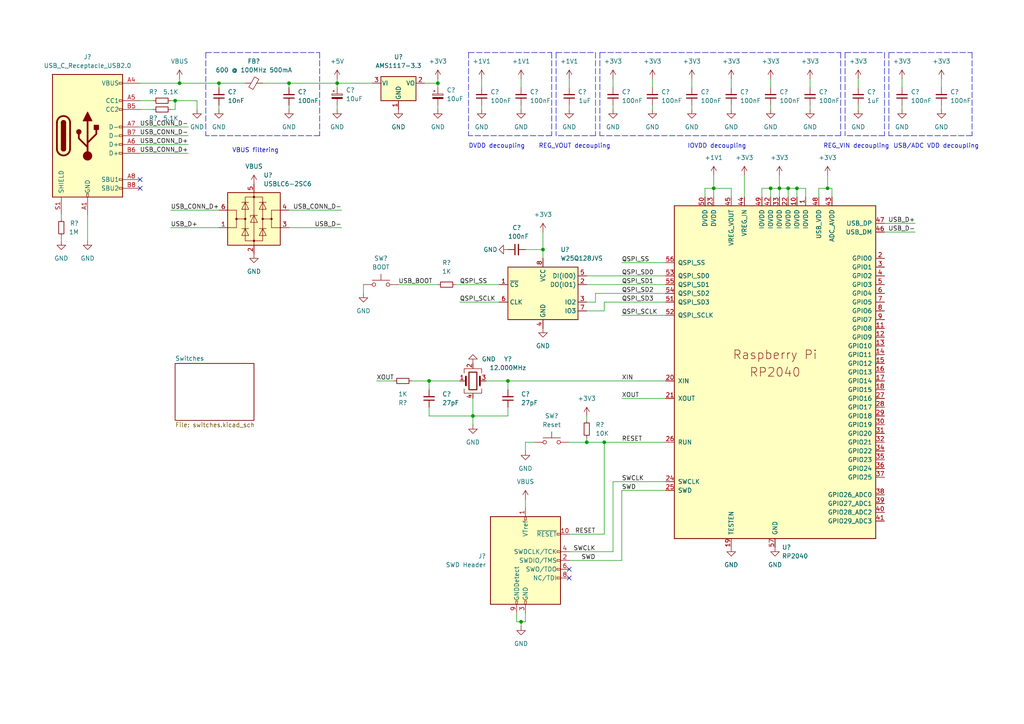
<source format=kicad_sch>
(kicad_sch (version 20211123) (generator eeschema)
  (paper "A4")
  (lib_symbols
    (symbol "Connector:Conn_ARM_JTAG_SWD_10" (pin_names (offset 1.016))
      (property "Reference" "J" (at -2.54 16.51 0))
      (property "Value" "Conn_ARM_JTAG_SWD_10" (at -2.54 13.97 0))
      (symbol "Conn_ARM_JTAG_SWD_10_0_1"
        (rectangle (start -10.16 12.7) (end 10.16 -12.7) (stroke (width 0.254)) (fill (type background)))
        (rectangle (start -2.794 -12.7) (end -2.286 -11.684))
        (rectangle (start -0.254 -12.7) (end 0.254 -11.684))
        (rectangle (start -0.254 12.7) (end 0.254 11.684))
        (rectangle (start 9.144 2.286) (end 10.16 2.794))
        (rectangle (start 10.16 -2.794) (end 9.144 -2.286))
        (rectangle (start 10.16 -0.254) (end 9.144 0.254))
        (rectangle (start 10.16 7.874) (end 9.144 7.366))
      )
      (symbol "Conn_ARM_JTAG_SWD_10_1_1"
        (rectangle (start 9.144 -5.334) (end 10.16 -4.826))
        (pin power_in line (at 0 15.24 270) (length 2.54) (name "VTref") (number "1"))
        (pin open_collector line (at 12.7 7.62 180) (length 2.54) (name "~{RESET}") (number "10"))
        (pin bidirectional line (at 12.7 0 180) (length 2.54) (name "SWDIO/TMS") (number "2"))
        (pin power_in line (at 0 -15.24 90) (length 2.54) (name "GND") (number "3"))
        (pin output line (at 12.7 2.54 180) (length 2.54) (name "SWDCLK/TCK") (number "4"))
        (pin passive line (at 0 -15.24 90) (length 2.54) hide (name "GND") (number "5"))
        (pin input line (at 12.7 -2.54 180) (length 2.54) (name "SWO/TDO") (number "6"))
        (pin no_connect line (at -10.16 0 0) (length 2.54) hide (name "KEY") (number "7"))
        (pin output line (at 12.7 -5.08 180) (length 2.54) (name "NC/TDI") (number "8"))
        (pin passive line (at -2.54 -15.24 90) (length 2.54) (name "GNDDetect") (number "9"))
      )
    )
    (symbol "Connector:USB_C_Receptacle_USB2.0" (pin_names (offset 1.016))
      (property "Reference" "J" (at -10.16 19.05 0))
      (property "Value" "USB_C_Receptacle_USB2.0" (at 19.05 19.05 0))
      (symbol "USB_C_Receptacle_USB2.0_0_0"
        (rectangle (start -0.254 -17.78) (end 0.254 -16.764))
        (rectangle (start 10.16 -14.986) (end 9.144 -15.494))
        (rectangle (start 10.16 -12.446) (end 9.144 -12.954))
        (rectangle (start 10.16 -4.826) (end 9.144 -5.334))
        (rectangle (start 10.16 -2.286) (end 9.144 -2.794))
        (rectangle (start 10.16 0.254) (end 9.144 -0.254))
        (rectangle (start 10.16 2.794) (end 9.144 2.286))
        (rectangle (start 10.16 7.874) (end 9.144 7.366))
        (rectangle (start 10.16 10.414) (end 9.144 9.906))
        (rectangle (start 10.16 15.494) (end 9.144 14.986))
      )
      (symbol "USB_C_Receptacle_USB2.0_0_1"
        (rectangle (start -10.16 17.78) (end 10.16 -17.78) (stroke (width 0.254)) (fill (type background)))
        (arc (start -8.89 -3.81) (mid -6.985 -5.715) (end -5.08 -3.81) (stroke (width 0.508)))
        (arc (start -7.62 -3.81) (mid -6.985 -4.445) (end -6.35 -3.81) (stroke (width 0.254)))
        (arc (start -7.62 -3.81) (mid -6.985 -4.445) (end -6.35 -3.81) (stroke (width 0.254)) (fill (type outline)))
        (rectangle (start -7.62 -3.81) (end -6.35 3.81) (stroke (width 0.254)) (fill (type outline)))
        (arc (start -6.35 3.81) (mid -6.985 4.445) (end -7.62 3.81) (stroke (width 0.254)))
        (arc (start -6.35 3.81) (mid -6.985 4.445) (end -7.62 3.81) (stroke (width 0.254)) (fill (type outline)))
        (arc (start -5.08 3.81) (mid -6.985 5.715) (end -8.89 3.81) (stroke (width 0.508)))
        (circle (center -2.54 1.143) (radius 0.635) (stroke (width 0.254)) (fill (type outline)))
        (circle (center 0 -5.842) (radius 1.27) (fill (type outline)))
        (polyline (pts (xy -8.89 -3.81) (xy -8.89 3.81)) (stroke (width 0.508)))
        (polyline (pts (xy -5.08 3.81) (xy -5.08 -3.81)) (stroke (width 0.508)))
        (polyline (pts (xy 0 -5.842) (xy 0 4.318)) (stroke (width 0.508)))
        (polyline (pts (xy 0 -3.302) (xy -2.54 -0.762) (xy -2.54 0.508)) (stroke (width 0.508)))
        (polyline (pts (xy 0 -2.032) (xy 2.54 0.508) (xy 2.54 1.778)) (stroke (width 0.508)))
        (polyline (pts (xy -1.27 4.318) (xy 0 6.858) (xy 1.27 4.318) (xy -1.27 4.318)) (stroke (width 0.254)) (fill (type outline)))
        (rectangle (start 1.905 1.778) (end 3.175 3.048) (stroke (width 0.254)) (fill (type outline)))
      )
      (symbol "USB_C_Receptacle_USB2.0_1_1"
        (pin passive line (at 0 -22.86 90) (length 5.08) (name "GND") (number "A1"))
        (pin passive line (at 0 -22.86 90) (length 5.08) hide (name "GND") (number "A12"))
        (pin passive line (at 15.24 15.24 180) (length 5.08) (name "VBUS") (number "A4"))
        (pin bidirectional line (at 15.24 10.16 180) (length 5.08) (name "CC1") (number "A5"))
        (pin bidirectional line (at 15.24 -2.54 180) (length 5.08) (name "D+") (number "A6"))
        (pin bidirectional line (at 15.24 2.54 180) (length 5.08) (name "D-") (number "A7"))
        (pin bidirectional line (at 15.24 -12.7 180) (length 5.08) (name "SBU1") (number "A8"))
        (pin passive line (at 15.24 15.24 180) (length 5.08) hide (name "VBUS") (number "A9"))
        (pin passive line (at 0 -22.86 90) (length 5.08) hide (name "GND") (number "B1"))
        (pin passive line (at 0 -22.86 90) (length 5.08) hide (name "GND") (number "B12"))
        (pin passive line (at 15.24 15.24 180) (length 5.08) hide (name "VBUS") (number "B4"))
        (pin bidirectional line (at 15.24 7.62 180) (length 5.08) (name "CC2") (number "B5"))
        (pin bidirectional line (at 15.24 -5.08 180) (length 5.08) (name "D+") (number "B6"))
        (pin bidirectional line (at 15.24 0 180) (length 5.08) (name "D-") (number "B7"))
        (pin bidirectional line (at 15.24 -15.24 180) (length 5.08) (name "SBU2") (number "B8"))
        (pin passive line (at 15.24 15.24 180) (length 5.08) hide (name "VBUS") (number "B9"))
        (pin passive line (at -7.62 -22.86 90) (length 5.08) (name "SHIELD") (number "S1"))
      )
    )
    (symbol "Device:C_Polarized_Small" (pin_numbers hide) (pin_names (offset 0.254) hide)
      (property "Reference" "C" (at 0.254 1.778 0))
      (property "Value" "C_Polarized_Small" (at 0.254 -2.032 0))
      (symbol "C_Polarized_Small_0_1"
        (rectangle (start -1.524 -0.3048) (end 1.524 -0.6858) (fill (type outline)))
        (rectangle (start -1.524 0.6858) (end 1.524 0.3048))
        (polyline (pts (xy -1.27 1.524) (xy -0.762 1.524)))
        (polyline (pts (xy -1.016 1.27) (xy -1.016 1.778)))
      )
      (symbol "C_Polarized_Small_1_1"
        (pin passive line (at 0 2.54 270) (length 1.8542) (name "~") (number "1"))
        (pin passive line (at 0 -2.54 90) (length 1.8542) (name "~") (number "2"))
      )
    )
    (symbol "Device:C_Small" (pin_numbers hide) (pin_names (offset 0.254) hide)
      (property "Reference" "C" (at 0.254 1.778 0))
      (property "Value" "C_Small" (at 0.254 -2.032 0))
      (symbol "C_Small_0_1"
        (polyline (pts (xy -1.524 -0.508) (xy 1.524 -0.508)) (stroke (width 0.3302)))
        (polyline (pts (xy -1.524 0.508) (xy 1.524 0.508)) (stroke (width 0.3048)))
      )
      (symbol "C_Small_1_1"
        (pin passive line (at 0 2.54 270) (length 2.032) (name "~") (number "1"))
        (pin passive line (at 0 -2.54 90) (length 2.032) (name "~") (number "2"))
      )
    )
    (symbol "Device:Crystal_GND24" (pin_names (offset 1.016) hide)
      (property "Reference" "Y" (at 3.175 5.08 0))
      (property "Value" "Crystal_GND24" (at 3.175 3.175 0))
      (symbol "Crystal_GND24_0_1"
        (rectangle (start -1.143 2.54) (end 1.143 -2.54) (stroke (width 0.3048)))
        (polyline (pts (xy -2.54 0) (xy -2.032 0)))
        (polyline (pts (xy -2.032 -1.27) (xy -2.032 1.27)) (stroke (width 0.508)))
        (polyline (pts (xy 0 -3.81) (xy 0 -3.556)))
        (polyline (pts (xy 0 3.556) (xy 0 3.81)))
        (polyline (pts (xy 2.032 -1.27) (xy 2.032 1.27)) (stroke (width 0.508)))
        (polyline (pts (xy 2.032 0) (xy 2.54 0)))
        (polyline (pts (xy -2.54 -2.286) (xy -2.54 -3.556) (xy 2.54 -3.556) (xy 2.54 -2.286)))
        (polyline (pts (xy -2.54 2.286) (xy -2.54 3.556) (xy 2.54 3.556) (xy 2.54 2.286)))
      )
      (symbol "Crystal_GND24_1_1"
        (pin passive line (at -3.81 0 0) (length 1.27) (name "1") (number "1"))
        (pin passive line (at 0 5.08 270) (length 1.27) (name "2") (number "2"))
        (pin passive line (at 3.81 0 180) (length 1.27) (name "3") (number "3"))
        (pin passive line (at 0 -5.08 90) (length 1.27) (name "4") (number "4"))
      )
    )
    (symbol "Device:FerriteBead_Small" (pin_numbers hide) (pin_names (offset 0))
      (property "Reference" "FB" (at 1.905 1.27 0))
      (property "Value" "FerriteBead_Small" (at 1.905 -1.27 0))
      (symbol "FerriteBead_Small_0_1"
        (polyline (pts (xy 0 -1.27) (xy 0 -0.7874)))
        (polyline (pts (xy 0 0.889) (xy 0 1.2954)))
        (polyline (pts (xy -1.8288 0.2794) (xy -1.1176 1.4986) (xy 1.8288 -0.2032) (xy 1.1176 -1.4224) (xy -1.8288 0.2794)))
      )
      (symbol "FerriteBead_Small_1_1"
        (pin passive line (at 0 2.54 270) (length 1.27) (name "~") (number "1"))
        (pin passive line (at 0 -2.54 90) (length 1.27) (name "~") (number "2"))
      )
    )
    (symbol "Device:R_Small" (pin_numbers hide) (pin_names (offset 0.254) hide)
      (property "Reference" "R" (at 0.762 0.508 0))
      (property "Value" "R_Small" (at 0.762 -1.016 0))
      (symbol "R_Small_0_1"
        (rectangle (start -0.762 1.778) (end 0.762 -1.778) (stroke (width 0.2032)))
      )
      (symbol "R_Small_1_1"
        (pin passive line (at 0 2.54 270) (length 0.762) (name "~") (number "1"))
        (pin passive line (at 0 -2.54 90) (length 0.762) (name "~") (number "2"))
      )
    )
    (symbol "Memory_Flash:W25Q32JVSS"
      (property "Reference" "U" (at -8.89 8.89 0))
      (property "Value" "W25Q32JVSS" (at 7.62 8.89 0))
      (symbol "W25Q32JVSS_0_1"
        (rectangle (start -10.16 7.62) (end 10.16 -7.62) (stroke (width 0.254)) (fill (type background)))
      )
      (symbol "W25Q32JVSS_1_1"
        (pin input line (at -12.7 2.54 0) (length 2.54) (name "~{CS}") (number "1"))
        (pin bidirectional line (at 12.7 2.54 180) (length 2.54) (name "DO(IO1)") (number "2"))
        (pin bidirectional line (at 12.7 -2.54 180) (length 2.54) (name "IO2") (number "3"))
        (pin power_in line (at 0 -10.16 90) (length 2.54) (name "GND") (number "4"))
        (pin bidirectional line (at 12.7 5.08 180) (length 2.54) (name "DI(IO0)") (number "5"))
        (pin input line (at -12.7 -2.54 0) (length 2.54) (name "CLK") (number "6"))
        (pin bidirectional line (at 12.7 -5.08 180) (length 2.54) (name "IO3") (number "7"))
        (pin power_in line (at 0 10.16 270) (length 2.54) (name "VCC") (number "8"))
      )
    )
    (symbol "Power_Protection:USBLC6-2SC6" (pin_names hide)
      (property "Reference" "U" (at 2.54 8.89 0))
      (property "Value" "USBLC6-2SC6" (at 2.54 -8.89 0))
      (symbol "USBLC6-2SC6_0_1"
        (rectangle (start -7.62 -7.62) (end 7.62 7.62) (stroke (width 0.254)) (fill (type background)))
        (circle (center -5.08 0) (radius 0.254) (fill (type outline)))
        (circle (center -2.54 0) (radius 0.254) (fill (type outline)))
        (rectangle (start -2.54 6.35) (end 2.54 -6.35))
        (circle (center 0 -6.35) (radius 0.254) (fill (type outline)))
        (polyline (pts (xy -5.08 -2.54) (xy -7.62 -2.54)))
        (polyline (pts (xy -5.08 0) (xy -5.08 -2.54)))
        (polyline (pts (xy -5.08 2.54) (xy -7.62 2.54)))
        (polyline (pts (xy -1.524 -2.794) (xy -3.556 -2.794)))
        (polyline (pts (xy -1.524 4.826) (xy -3.556 4.826)))
        (polyline (pts (xy 0 -7.62) (xy 0 -6.35)))
        (polyline (pts (xy 0 -6.35) (xy 0 1.27)))
        (polyline (pts (xy 0 1.27) (xy 0 6.35)))
        (polyline (pts (xy 0 6.35) (xy 0 7.62)))
        (polyline (pts (xy 1.524 -2.794) (xy 3.556 -2.794)))
        (polyline (pts (xy 1.524 4.826) (xy 3.556 4.826)))
        (polyline (pts (xy 5.08 -2.54) (xy 7.62 -2.54)))
        (polyline (pts (xy 5.08 0) (xy 5.08 -2.54)))
        (polyline (pts (xy 5.08 2.54) (xy 7.62 2.54)))
        (polyline (pts (xy -2.54 0) (xy -5.08 0) (xy -5.08 2.54)))
        (polyline (pts (xy 2.54 0) (xy 5.08 0) (xy 5.08 2.54)))
        (polyline (pts (xy -3.556 -4.826) (xy -1.524 -4.826) (xy -2.54 -2.794) (xy -3.556 -4.826)))
        (polyline (pts (xy -3.556 2.794) (xy -1.524 2.794) (xy -2.54 4.826) (xy -3.556 2.794)))
        (polyline (pts (xy -1.016 -1.016) (xy 1.016 -1.016) (xy 0 1.016) (xy -1.016 -1.016)))
        (polyline (pts (xy 1.016 1.016) (xy 0.762 1.016) (xy -1.016 1.016) (xy -1.016 0.508)))
        (polyline (pts (xy 3.556 -4.826) (xy 1.524 -4.826) (xy 2.54 -2.794) (xy 3.556 -4.826)))
        (polyline (pts (xy 3.556 2.794) (xy 1.524 2.794) (xy 2.54 4.826) (xy 3.556 2.794)))
        (circle (center 0 6.35) (radius 0.254) (fill (type outline)))
        (circle (center 2.54 0) (radius 0.254) (fill (type outline)))
        (circle (center 5.08 0) (radius 0.254) (fill (type outline)))
      )
      (symbol "USBLC6-2SC6_1_1"
        (pin passive line (at -10.16 -2.54 0) (length 2.54) (name "I/O1") (number "1"))
        (pin passive line (at 0 -10.16 90) (length 2.54) (name "GND") (number "2"))
        (pin passive line (at 10.16 -2.54 180) (length 2.54) (name "I/O2") (number "3"))
        (pin passive line (at 10.16 2.54 180) (length 2.54) (name "I/O2") (number "4"))
        (pin passive line (at 0 10.16 270) (length 2.54) (name "VBUS") (number "5"))
        (pin passive line (at -10.16 2.54 0) (length 2.54) (name "I/O1") (number "6"))
      )
    )
    (symbol "RP2040:RP2040" (pin_names (offset 1.016))
      (property "Reference" "U" (at -29.21 49.53 0))
      (property "Value" "RP2040" (at 24.13 -49.53 0))
      (symbol "RP2040_0_0"
        (text "Raspberry Pi" (at 0 5.08 0) (effects (font (size 2.54 2.54))))
        (text "RP2040" (at 0 0 0) (effects (font (size 2.54 2.54))))
      )
      (symbol "RP2040_0_1"
        (rectangle (start 29.21 48.26) (end -29.21 -48.26) (stroke (width 0.254)) (fill (type background)))
      )
      (symbol "RP2040_1_1"
        (pin power_in line (at 8.89 50.8 270) (length 2.54) (name "IOVDD") (number "1"))
        (pin power_in line (at 6.35 50.8 270) (length 2.54) (name "IOVDD") (number "10"))
        (pin bidirectional line (at 31.75 12.7 180) (length 2.54) (name "GPIO8") (number "11"))
        (pin bidirectional line (at 31.75 10.16 180) (length 2.54) (name "GPIO9") (number "12"))
        (pin bidirectional line (at 31.75 7.62 180) (length 2.54) (name "GPIO10") (number "13"))
        (pin bidirectional line (at 31.75 5.08 180) (length 2.54) (name "GPIO11") (number "14"))
        (pin bidirectional line (at 31.75 2.54 180) (length 2.54) (name "GPIO12") (number "15"))
        (pin bidirectional line (at 31.75 0 180) (length 2.54) (name "GPIO13") (number "16"))
        (pin bidirectional line (at 31.75 -2.54 180) (length 2.54) (name "GPIO14") (number "17"))
        (pin bidirectional line (at 31.75 -5.08 180) (length 2.54) (name "GPIO15") (number "18"))
        (pin passive line (at -12.7 -50.8 90) (length 2.54) (name "TESTEN") (number "19"))
        (pin bidirectional line (at 31.75 33.02 180) (length 2.54) (name "GPIO0") (number "2"))
        (pin input line (at -31.75 -2.54 0) (length 2.54) (name "XIN") (number "20"))
        (pin passive line (at -31.75 -7.62 0) (length 2.54) (name "XOUT") (number "21"))
        (pin power_in line (at 3.81 50.8 270) (length 2.54) (name "IOVDD") (number "22"))
        (pin power_in line (at -17.78 50.8 270) (length 2.54) (name "DVDD") (number "23"))
        (pin output line (at -31.75 -31.75 0) (length 2.54) (name "SWCLK") (number "24"))
        (pin bidirectional line (at -31.75 -34.29 0) (length 2.54) (name "SWD") (number "25"))
        (pin input line (at -31.75 -20.32 0) (length 2.54) (name "RUN") (number "26"))
        (pin bidirectional line (at 31.75 -7.62 180) (length 2.54) (name "GPIO16") (number "27"))
        (pin bidirectional line (at 31.75 -10.16 180) (length 2.54) (name "GPIO17") (number "28"))
        (pin bidirectional line (at 31.75 -12.7 180) (length 2.54) (name "GPIO18") (number "29"))
        (pin bidirectional line (at 31.75 30.48 180) (length 2.54) (name "GPIO1") (number "3"))
        (pin bidirectional line (at 31.75 -15.24 180) (length 2.54) (name "GPIO19") (number "30"))
        (pin bidirectional line (at 31.75 -17.78 180) (length 2.54) (name "GPIO20") (number "31"))
        (pin bidirectional line (at 31.75 -20.32 180) (length 2.54) (name "GPIO21") (number "32"))
        (pin power_in line (at 1.27 50.8 270) (length 2.54) (name "IOVDD") (number "33"))
        (pin bidirectional line (at 31.75 -22.86 180) (length 2.54) (name "GPIO22") (number "34"))
        (pin bidirectional line (at 31.75 -25.4 180) (length 2.54) (name "GPIO23") (number "35"))
        (pin bidirectional line (at 31.75 -27.94 180) (length 2.54) (name "GPIO24") (number "36"))
        (pin bidirectional line (at 31.75 -30.48 180) (length 2.54) (name "GPIO25") (number "37"))
        (pin bidirectional line (at 31.75 -35.56 180) (length 2.54) (name "GPIO26_ADC0") (number "38"))
        (pin bidirectional line (at 31.75 -38.1 180) (length 2.54) (name "GPIO27_ADC1") (number "39"))
        (pin bidirectional line (at 31.75 27.94 180) (length 2.54) (name "GPIO2") (number "4"))
        (pin bidirectional line (at 31.75 -40.64 180) (length 2.54) (name "GPIO28_ADC2") (number "40"))
        (pin bidirectional line (at 31.75 -43.18 180) (length 2.54) (name "GPIO29_ADC3") (number "41"))
        (pin power_in line (at -1.27 50.8 270) (length 2.54) (name "IOVDD") (number "42"))
        (pin power_in line (at 16.51 50.8 270) (length 2.54) (name "ADC_AVDD") (number "43"))
        (pin power_in line (at -8.89 50.8 270) (length 2.54) (name "VREG_IN") (number "44"))
        (pin power_out line (at -12.7 50.8 270) (length 2.54) (name "VREG_VOUT") (number "45"))
        (pin bidirectional line (at 31.75 40.64 180) (length 2.54) (name "USB_DM") (number "46"))
        (pin bidirectional line (at 31.75 43.18 180) (length 2.54) (name "USB_DP") (number "47"))
        (pin power_in line (at 12.7 50.8 270) (length 2.54) (name "USB_VDD") (number "48"))
        (pin power_in line (at -3.81 50.8 270) (length 2.54) (name "IOVDD") (number "49"))
        (pin bidirectional line (at 31.75 25.4 180) (length 2.54) (name "GPIO3") (number "5"))
        (pin power_in line (at -20.32 50.8 270) (length 2.54) (name "DVDD") (number "50"))
        (pin bidirectional line (at -31.75 20.32 0) (length 2.54) (name "QSPI_SD3") (number "51"))
        (pin output line (at -31.75 16.51 0) (length 2.54) (name "QSPI_SCLK") (number "52"))
        (pin bidirectional line (at -31.75 27.94 0) (length 2.54) (name "QSPI_SD0") (number "53"))
        (pin bidirectional line (at -31.75 22.86 0) (length 2.54) (name "QSPI_SD2") (number "54"))
        (pin bidirectional line (at -31.75 25.4 0) (length 2.54) (name "QSPI_SD1") (number "55"))
        (pin bidirectional line (at -31.75 31.75 0) (length 2.54) (name "QSPI_SS") (number "56"))
        (pin power_in line (at 0 -50.8 90) (length 2.54) (name "GND") (number "57"))
        (pin bidirectional line (at 31.75 22.86 180) (length 2.54) (name "GPIO4") (number "6"))
        (pin bidirectional line (at 31.75 20.32 180) (length 2.54) (name "GPIO5") (number "7"))
        (pin bidirectional line (at 31.75 17.78 180) (length 2.54) (name "GPIO6") (number "8"))
        (pin bidirectional line (at 31.75 15.24 180) (length 2.54) (name "GPIO7") (number "9"))
      )
    )
    (symbol "Regulator_Linear:AMS1117-3.3" (pin_names (offset 0.254))
      (property "Reference" "U" (at -3.81 3.175 0))
      (property "Value" "AMS1117-3.3" (at 0 3.175 0))
      (symbol "AMS1117-3.3_0_1"
        (rectangle (start -5.08 -5.08) (end 5.08 1.905) (stroke (width 0.254)) (fill (type background)))
      )
      (symbol "AMS1117-3.3_1_1"
        (pin power_in line (at 0 -7.62 90) (length 2.54) (name "GND") (number "1"))
        (pin power_out line (at 7.62 0 180) (length 2.54) (name "VO") (number "2"))
        (pin power_in line (at -7.62 0 0) (length 2.54) (name "VI") (number "3"))
      )
    )
    (symbol "Switch:SW_Push" (pin_numbers hide) (pin_names (offset 1.016) hide)
      (property "Reference" "SW" (at 1.27 2.54 0))
      (property "Value" "SW_Push" (at 0 -1.524 0))
      (symbol "SW_Push_0_1"
        (circle (center -2.032 0) (radius 0.508))
        (polyline (pts (xy 0 1.27) (xy 0 3.048)))
        (polyline (pts (xy 2.54 1.27) (xy -2.54 1.27)))
        (circle (center 2.032 0) (radius 0.508))
        (pin passive line (at -5.08 0 0) (length 2.54) (name "1") (number "1"))
        (pin passive line (at 5.08 0 180) (length 2.54) (name "2") (number "2"))
      )
    )
    (symbol "power:+1V1" (power) (pin_names (offset 0))
      (property "Value" "+1V1" (at 0 3.556 0))
      (symbol "+1V1_0_1"
        (polyline (pts (xy -0.762 1.27) (xy 0 2.54)))
        (polyline (pts (xy 0 0) (xy 0 2.54)))
        (polyline (pts (xy 0 2.54) (xy 0.762 1.27)))
      )
      (symbol "+1V1_1_1"
        (pin power_in line (at 0 0 90) (length 0) hide (name "+1V1") (number "1"))
      )
    )
    (symbol "power:+3.3V" (power) (pin_names (offset 0))
      (property "Value" "+3.3V" (at 0 3.556 0))
      (symbol "+3.3V_0_1"
        (polyline (pts (xy -0.762 1.27) (xy 0 2.54)))
        (polyline (pts (xy 0 0) (xy 0 2.54)))
        (polyline (pts (xy 0 2.54) (xy 0.762 1.27)))
      )
      (symbol "+3.3V_1_1"
        (pin power_in line (at 0 0 90) (length 0) hide (name "+3V3") (number "1"))
      )
    )
    (symbol "power:+5V" (power) (pin_names (offset 0))
      (property "Value" "+5V" (at 0 3.556 0))
      (symbol "+5V_0_1"
        (polyline (pts (xy -0.762 1.27) (xy 0 2.54)))
        (polyline (pts (xy 0 0) (xy 0 2.54)))
        (polyline (pts (xy 0 2.54) (xy 0.762 1.27)))
      )
      (symbol "+5V_1_1"
        (pin power_in line (at 0 0 90) (length 0) hide (name "+5V") (number "1"))
      )
    )
    (symbol "power:GND" (power) (pin_names (offset 0))
      (property "Value" "GND" (at 0 -3.81 0))
      (symbol "GND_0_1"
        (polyline (pts (xy 0 0) (xy 0 -1.27) (xy 1.27 -1.27) (xy 0 -2.54) (xy -1.27 -1.27) (xy 0 -1.27)))
      )
      (symbol "GND_1_1"
        (pin power_in line (at 0 0 270) (length 0) hide (name "GND") (number "1"))
      )
    )
    (symbol "power:VBUS" (power) (pin_names (offset 0))
      (property "Value" "VBUS" (at 0 3.81 0))
      (symbol "VBUS_0_1"
        (polyline (pts (xy -0.762 1.27) (xy 0 2.54)))
        (polyline (pts (xy 0 0) (xy 0 2.54)))
        (polyline (pts (xy 0 2.54) (xy 0.762 1.27)))
      )
      (symbol "VBUS_1_1"
        (pin power_in line (at 0 0 90) (length 0) hide (name "VBUS") (number "1"))
      )
    )
  )
  (junction (at 63.5 24.13))
  (junction (at 228.6 54.61))
  (junction (at 157.48 72.39))
  (junction (at 223.52 54.61))
  (junction (at 83.82 24.13))
  (junction (at 170.18 128.27))
  (junction (at 226.06 54.61))
  (junction (at 137.16 120.65))
  (junction (at 151.13 180.34))
  (junction (at 97.79 24.13))
  (junction (at 240.03 54.61))
  (junction (at 127 24.13))
  (junction (at 175.26 128.27))
  (junction (at 124.46 110.49))
  (junction (at 207.01 54.61))
  (junction (at 231.14 54.61))
  (junction (at 50.8 29.21))
  (junction (at 52.07 24.13))
  (junction (at 147.32 110.49))
  (no_connect (at 165.1 167.64))
  (no_connect (at 40.64 52.07))
  (no_connect (at 40.64 54.61))
  (no_connect (at 165.1 165.1))
  (wire (pts (xy 40.64 36.83) (xy 54.61 36.83)))
  (wire (pts (xy 228.6 54.61) (xy 228.6 57.15)))
  (polyline (pts (xy 257.81 15.24) (xy 257.81 39.37)))
  (wire (pts (xy 189.23 22.86) (xy 189.23 25.4)))
  (wire (pts (xy 170.18 120.65) (xy 170.18 121.92)))
  (wire (pts (xy 52.07 22.86) (xy 52.07 24.13)))
  (wire (pts (xy 200.66 30.48) (xy 200.66 31.75)))
  (wire (pts (xy 137.16 120.65) (xy 147.32 120.65)))
  (wire (pts (xy 226.06 54.61) (xy 226.06 57.15)))
  (wire (pts (xy 147.32 110.49) (xy 140.97 110.49)))
  (wire (pts (xy 207.01 50.8) (xy 207.01 54.61)))
  (wire (pts (xy 139.7 30.48) (xy 139.7 31.75)))
  (wire (pts (xy 234.95 22.86) (xy 234.95 25.4)))
  (wire (pts (xy 40.64 31.75) (xy 44.45 31.75)))
  (polyline (pts (xy 92.71 39.37) (xy 59.69 39.37)))
  (wire (pts (xy 154.94 128.27) (xy 152.4 128.27)))
  (polyline (pts (xy 92.71 15.24) (xy 92.71 39.37)))
  (wire (pts (xy 177.8 30.48) (xy 177.8 31.75)))
  (polyline (pts (xy 245.11 15.24) (xy 245.11 39.37)))
  (wire (pts (xy 97.79 30.48) (xy 97.79 31.75)))
  (wire (pts (xy 57.15 31.75) (xy 57.15 29.21)))
  (wire (pts (xy 50.8 29.21) (xy 50.8 31.75)))
  (polyline (pts (xy 243.84 39.37) (xy 173.99 39.37)))
  (wire (pts (xy 40.64 44.45) (xy 54.61 44.45)))
  (wire (pts (xy 223.52 22.86) (xy 223.52 25.4)))
  (wire (pts (xy 76.2 24.13) (xy 83.82 24.13)))
  (wire (pts (xy 256.54 64.77) (xy 265.43 64.77)))
  (wire (pts (xy 248.92 22.86) (xy 248.92 25.4)))
  (wire (pts (xy 132.08 82.55) (xy 144.78 82.55)))
  (wire (pts (xy 124.46 110.49) (xy 133.35 110.49)))
  (wire (pts (xy 123.19 24.13) (xy 127 24.13)))
  (wire (pts (xy 49.53 66.04) (xy 63.5 66.04)))
  (wire (pts (xy 220.98 54.61) (xy 223.52 54.61)))
  (wire (pts (xy 189.23 30.48) (xy 189.23 31.75)))
  (polyline (pts (xy 245.11 15.24) (xy 256.54 15.24)))
  (wire (pts (xy 105.41 82.55) (xy 105.41 85.09)))
  (polyline (pts (xy 281.94 39.37) (xy 257.81 39.37)))
  (wire (pts (xy 204.47 54.61) (xy 207.01 54.61)))
  (wire (pts (xy 204.47 57.15) (xy 204.47 54.61)))
  (wire (pts (xy 170.18 127) (xy 170.18 128.27)))
  (wire (pts (xy 237.49 57.15) (xy 237.49 54.61)))
  (polyline (pts (xy 256.54 39.37) (xy 245.11 39.37)))
  (polyline (pts (xy 135.89 15.24) (xy 160.02 15.24)))
  (wire (pts (xy 273.05 30.48) (xy 273.05 31.75)))
  (polyline (pts (xy 172.72 39.37) (xy 161.29 39.37)))
  (wire (pts (xy 152.4 72.39) (xy 157.48 72.39)))
  (wire (pts (xy 172.72 85.09) (xy 193.04 85.09)))
  (wire (pts (xy 261.62 30.48) (xy 261.62 31.75)))
  (polyline (pts (xy 172.72 15.24) (xy 172.72 39.37)))
  (wire (pts (xy 50.8 29.21) (xy 57.15 29.21)))
  (wire (pts (xy 83.82 66.04) (xy 99.06 66.04)))
  (wire (pts (xy 170.18 87.63) (xy 172.72 87.63)))
  (wire (pts (xy 127 30.48) (xy 127 31.75)))
  (wire (pts (xy 165.1 30.48) (xy 165.1 31.75)))
  (wire (pts (xy 83.82 60.96) (xy 99.06 60.96)))
  (wire (pts (xy 40.64 29.21) (xy 44.45 29.21)))
  (wire (pts (xy 137.16 120.65) (xy 137.16 123.19)))
  (wire (pts (xy 237.49 54.61) (xy 240.03 54.61)))
  (polyline (pts (xy 135.89 15.24) (xy 135.89 39.37)))
  (wire (pts (xy 147.32 118.11) (xy 147.32 120.65)))
  (wire (pts (xy 165.1 160.02) (xy 177.8 160.02)))
  (wire (pts (xy 228.6 54.61) (xy 231.14 54.61)))
  (wire (pts (xy 137.16 120.65) (xy 124.46 120.65)))
  (wire (pts (xy 63.5 30.48) (xy 63.5 31.75)))
  (wire (pts (xy 226.06 50.8) (xy 226.06 54.61)))
  (wire (pts (xy 17.78 68.58) (xy 17.78 69.85)))
  (wire (pts (xy 151.13 180.34) (xy 152.4 180.34)))
  (polyline (pts (xy 256.54 15.24) (xy 256.54 39.37)))
  (wire (pts (xy 83.82 24.13) (xy 97.79 24.13)))
  (wire (pts (xy 233.68 57.15) (xy 233.68 54.61)))
  (wire (pts (xy 170.18 128.27) (xy 175.26 128.27)))
  (polyline (pts (xy 281.94 15.24) (xy 281.94 39.37)))
  (wire (pts (xy 170.18 82.55) (xy 193.04 82.55)))
  (wire (pts (xy 151.13 22.86) (xy 151.13 25.4)))
  (wire (pts (xy 152.4 128.27) (xy 152.4 130.81)))
  (wire (pts (xy 233.68 54.61) (xy 231.14 54.61)))
  (wire (pts (xy 83.82 30.48) (xy 83.82 31.75)))
  (wire (pts (xy 157.48 67.31) (xy 157.48 72.39)))
  (wire (pts (xy 175.26 128.27) (xy 193.04 128.27)))
  (wire (pts (xy 127 24.13) (xy 127 25.4)))
  (polyline (pts (xy 160.02 39.37) (xy 135.89 39.37)))
  (polyline (pts (xy 161.29 15.24) (xy 161.29 39.37)))
  (polyline (pts (xy 257.81 15.24) (xy 281.94 15.24)))
  (wire (pts (xy 165.1 162.56) (xy 180.34 162.56)))
  (wire (pts (xy 124.46 110.49) (xy 124.46 113.03)))
  (wire (pts (xy 63.5 24.13) (xy 71.12 24.13)))
  (wire (pts (xy 152.4 180.34) (xy 152.4 177.8)))
  (wire (pts (xy 49.53 31.75) (xy 50.8 31.75)))
  (polyline (pts (xy 173.99 15.24) (xy 243.84 15.24)))
  (wire (pts (xy 49.53 60.96) (xy 63.5 60.96)))
  (wire (pts (xy 40.64 39.37) (xy 54.61 39.37)))
  (wire (pts (xy 215.9 50.8) (xy 215.9 57.15)))
  (wire (pts (xy 25.4 62.23) (xy 25.4 69.85)))
  (wire (pts (xy 212.09 57.15) (xy 212.09 54.61)))
  (wire (pts (xy 241.3 54.61) (xy 241.3 57.15)))
  (wire (pts (xy 151.13 180.34) (xy 151.13 181.61)))
  (wire (pts (xy 165.1 154.94) (xy 175.26 154.94)))
  (wire (pts (xy 149.86 180.34) (xy 151.13 180.34)))
  (wire (pts (xy 149.86 177.8) (xy 149.86 180.34)))
  (wire (pts (xy 97.79 22.86) (xy 97.79 24.13)))
  (wire (pts (xy 180.34 115.57) (xy 193.04 115.57)))
  (wire (pts (xy 256.54 67.31) (xy 265.43 67.31)))
  (wire (pts (xy 115.57 82.55) (xy 127 82.55)))
  (wire (pts (xy 212.09 30.48) (xy 212.09 31.75)))
  (wire (pts (xy 180.34 76.2) (xy 193.04 76.2)))
  (wire (pts (xy 147.32 110.49) (xy 147.32 113.03)))
  (wire (pts (xy 124.46 118.11) (xy 124.46 120.65)))
  (wire (pts (xy 226.06 54.61) (xy 228.6 54.61)))
  (wire (pts (xy 180.34 91.44) (xy 193.04 91.44)))
  (polyline (pts (xy 59.69 15.24) (xy 59.69 39.37)))
  (wire (pts (xy 170.18 80.01) (xy 193.04 80.01)))
  (wire (pts (xy 151.13 30.48) (xy 151.13 31.75)))
  (polyline (pts (xy 173.99 15.24) (xy 173.99 39.37)))
  (wire (pts (xy 152.4 144.78) (xy 152.4 147.32)))
  (wire (pts (xy 139.7 22.86) (xy 139.7 25.4)))
  (wire (pts (xy 147.32 110.49) (xy 193.04 110.49)))
  (wire (pts (xy 223.52 54.61) (xy 223.52 57.15)))
  (wire (pts (xy 97.79 24.13) (xy 107.95 24.13)))
  (wire (pts (xy 127 22.86) (xy 127 24.13)))
  (wire (pts (xy 248.92 30.48) (xy 248.92 31.75)))
  (polyline (pts (xy 160.02 15.24) (xy 160.02 39.37)))
  (wire (pts (xy 175.26 90.17) (xy 175.26 87.63)))
  (wire (pts (xy 207.01 54.61) (xy 207.01 57.15)))
  (wire (pts (xy 273.05 22.86) (xy 273.05 25.4)))
  (wire (pts (xy 175.26 87.63) (xy 193.04 87.63)))
  (wire (pts (xy 180.34 142.24) (xy 180.34 162.56)))
  (wire (pts (xy 240.03 54.61) (xy 241.3 54.61)))
  (wire (pts (xy 212.09 54.61) (xy 207.01 54.61)))
  (wire (pts (xy 223.52 30.48) (xy 223.52 31.75)))
  (polyline (pts (xy 243.84 15.24) (xy 243.84 39.37)))
  (wire (pts (xy 83.82 24.13) (xy 83.82 25.4)))
  (wire (pts (xy 212.09 22.86) (xy 212.09 25.4)))
  (wire (pts (xy 52.07 24.13) (xy 63.5 24.13)))
  (wire (pts (xy 133.35 87.63) (xy 144.78 87.63)))
  (polyline (pts (xy 161.29 15.24) (xy 172.72 15.24)))
  (wire (pts (xy 137.16 120.65) (xy 137.16 115.57)))
  (wire (pts (xy 220.98 57.15) (xy 220.98 54.61)))
  (wire (pts (xy 177.8 22.86) (xy 177.8 25.4)))
  (wire (pts (xy 223.52 54.61) (xy 226.06 54.61)))
  (wire (pts (xy 261.62 22.86) (xy 261.62 25.4)))
  (wire (pts (xy 165.1 128.27) (xy 170.18 128.27)))
  (wire (pts (xy 172.72 87.63) (xy 172.72 85.09)))
  (wire (pts (xy 200.66 22.86) (xy 200.66 25.4)))
  (wire (pts (xy 177.8 139.7) (xy 193.04 139.7)))
  (wire (pts (xy 119.38 110.49) (xy 124.46 110.49)))
  (wire (pts (xy 17.78 62.23) (xy 17.78 63.5)))
  (wire (pts (xy 40.64 24.13) (xy 52.07 24.13)))
  (wire (pts (xy 234.95 30.48) (xy 234.95 31.75)))
  (wire (pts (xy 109.22 110.49) (xy 114.3 110.49)))
  (wire (pts (xy 49.53 29.21) (xy 50.8 29.21)))
  (wire (pts (xy 240.03 50.8) (xy 240.03 54.61)))
  (wire (pts (xy 165.1 22.86) (xy 165.1 25.4)))
  (wire (pts (xy 63.5 24.13) (xy 63.5 25.4)))
  (wire (pts (xy 97.79 24.13) (xy 97.79 25.4)))
  (wire (pts (xy 177.8 160.02) (xy 177.8 139.7)))
  (wire (pts (xy 170.18 90.17) (xy 175.26 90.17)))
  (polyline (pts (xy 59.69 15.24) (xy 92.71 15.24)))
  (wire (pts (xy 40.64 41.91) (xy 54.61 41.91)))
  (wire (pts (xy 175.26 154.94) (xy 175.26 128.27)))
  (wire (pts (xy 157.48 72.39) (xy 157.48 74.93)))
  (wire (pts (xy 180.34 142.24) (xy 193.04 142.24)))
  (wire (pts (xy 231.14 54.61) (xy 231.14 57.15)))
  (text "IOVDD decoupling" (at 199.39 43.18 0) (effects (font (size 1.27 1.27)) (justify left bottom)))
  (text "VBUS filtering" (at 67.31 44.45 0) (effects (font (size 1.27 1.27)) (justify left bottom)))
  (text "REG_VIN decoupling" (at 238.76 43.18 0) (effects (font (size 1.27 1.27)) (justify left bottom)))
  (text "DVDD decoupling" (at 135.89 43.18 0) (effects (font (size 1.27 1.27)) (justify left bottom)))
  (text "REG_VOUT decoupling" (at 156.21 43.18 0) (effects (font (size 1.27 1.27)) (justify left bottom)))
  (text "USB/ADC VDD decoupling" (at 259.08 43.18 0) (effects (font (size 1.27 1.27)) (justify left bottom)))
  (label "USB_CONN_D+" (at 54.61 44.45 180))
  (label "XOUT" (at 180.34 115.57 0))
  (label "SWD" (at 172.72 162.56 180))
  (label "QSPI_SD2" (at 180.34 85.09 0))
  (label "QSPI_SCLK" (at 180.34 91.44 0))
  (label "USB_CONN_D+" (at 49.53 60.96 0))
  (label "SWCLK" (at 172.72 160.02 180))
  (label "USB_D+" (at 49.53 66.04 0))
  (label "USB_CONN_D+" (at 54.61 41.91 180))
  (label "QSPI_SD3" (at 180.34 87.63 0))
  (label "QSPI_SD1" (at 180.34 82.55 0))
  (label "USB_D-" (at 265.43 67.31 180))
  (label "XOUT" (at 109.22 110.49 0))
  (label "QSPI_SS" (at 133.35 82.55 0))
  (label "QSPI_SS" (at 180.34 76.2 0))
  (label "QSPI_SD0" (at 180.34 80.01 0))
  (label "RESET" (at 180.34 128.27 0))
  (label "SWCLK" (at 180.34 139.7 0))
  (label "USB_CONN_D-" (at 54.61 36.83 180))
  (label "USB_D+" (at 265.43 64.77 180))
  (label "SWD" (at 180.34 142.24 0))
  (label "RESET" (at 172.72 154.94 180))
  (label "USB_D-" (at 99.06 66.04 180))
  (label "USB_CONN_D-" (at 54.61 39.37 180))
  (label "USB_BOOT" (at 115.57 82.55 0))
  (label "USB_CONN_D-" (at 99.06 60.96 180))
  (label "QSPI_SCLK" (at 133.35 87.63 0))
  (label "XIN" (at 180.34 110.49 0))
  (symbol (lib_id "Device:R_Small") (at 116.84 110.49 270) (unit 1)
    (property "Reference" "R?" (at 116.84 116.84 90))
    (property "Value" "1K" (at 116.84 114.3 90))
    (property "Footprint" "Resistor_SMD:R_0402_1005Metric" (effects hide))
    (property "LCSC part number" "C11702" (effects hide))
    (property "Basic Part" "Yes" (effects hide))
  )
  (symbol (lib_id "power:GND") (at 273.05 31.75 0) (unit 1)
    (property "Reference" "#PWR?" (effects hide))
    (property "Value" "GND" (at 273.05 36.83 0))
  )
  (symbol (lib_id "power:GND") (at 137.16 123.19 0) (unit 1)
    (property "Reference" "#PWR?" (effects hide))
    (property "Value" "GND" (at 137.16 128.27 0))
  )
  (symbol (lib_id "power:GND") (at 165.1 31.75 0) (unit 1)
    (property "Reference" "#PWR?" (effects hide))
    (property "Value" "GND" (at 165.1 36.83 0))
  )
  (symbol (lib_id "Device:C_Small") (at 147.32 115.57 180) (unit 1)
    (property "Reference" "C?" (at 151.13 114.2999 0) (effects (justify right)))
    (property "Value" "27pF" (at 151.13 116.8399 0) (effects (justify right)))
    (property "Footprint" "Capacitor_SMD:C_0402_1005Metric" (effects hide))
    (property "LCSC part number" "C1557" (effects hide))
    (property "Basic Part" "Yes" (effects hide))
  )
  (symbol (lib_id "power:+3.3V") (at 215.9 50.8 0) (unit 1)
    (property "Reference" "#PWR?" (effects hide))
    (property "Value" "+3.3V" (at 215.9 45.72 0))
  )
  (symbol (lib_id "power:+3.3V") (at 248.92 22.86 0) (unit 1)
    (property "Reference" "#PWR?" (effects hide))
    (property "Value" "+3.3V" (at 248.92 17.78 0))
  )
  (symbol (lib_id "power:GND") (at 189.23 31.75 0) (unit 1)
    (property "Reference" "#PWR?" (effects hide))
    (property "Value" "GND" (at 189.23 36.83 0))
  )
  (symbol (lib_id "power:+3.3V") (at 127 22.86 0) (unit 1)
    (property "Reference" "#PWR?" (effects hide))
    (property "Value" "+3.3V" (at 127 17.78 0))
  )
  (symbol (lib_id "Device:C_Small") (at 273.05 27.94 180) (unit 1)
    (property "Reference" "C?" (at 275.59 26.67 0) (effects (justify right)))
    (property "Value" "100nF" (at 275.59 29.21 0) (effects (justify right)))
    (property "Footprint" "Capacitor_SMD:C_0402_1005Metric" (effects hide))
    (property "Basic Part" "Yes" (effects hide))
    (property "LCSC part number" "C1525" (effects hide))
  )
  (symbol (lib_id "power:GND") (at 17.78 69.85 0) (unit 1)
    (property "Reference" "#PWR?" (effects hide))
    (property "Value" "GND" (at 17.78 74.93 0))
  )
  (symbol (lib_id "RP2040:RP2040") (at 224.79 107.95 0) (unit 1)
    (property "Reference" "U?" (at 226.8094 158.75 0) (effects (justify left)))
    (property "Value" "RP2040" (at 226.8094 161.29 0) (effects (justify left)))
    (property "Footprint" "RP2040_minimal:RP2040-QFN-56" (effects hide))
  )
  (symbol (lib_id "power:GND") (at 151.13 31.75 0) (unit 1)
    (property "Reference" "#PWR?" (effects hide))
    (property "Value" "GND" (at 151.13 36.83 0))
  )
  (symbol (lib_id "power:+3.3V") (at 226.06 50.8 0) (unit 1)
    (property "Reference" "#PWR?" (effects hide))
    (property "Value" "+3.3V" (at 226.06 45.72 0))
  )
  (symbol (lib_id "Device:C_Small") (at 63.5 27.94 0) (mirror x) (unit 1)
    (property "Reference" "C?" (at 66.04 26.67 0) (effects (justify left)))
    (property "Value" "10nF" (at 66.04 29.21 0) (effects (justify left)))
    (property "Footprint" "Capacitor_SMD:C_0402_1005Metric" (effects hide))
    (property "Basic Part" "Yes" (effects hide))
    (property "LCSC part number" "C15195" (effects hide))
  )
  (symbol (lib_id "power:GND") (at 151.13 181.61 0) (unit 1)
    (property "Reference" "#PWR?" (effects hide))
    (property "Value" "GND" (at 151.13 186.69 0))
  )
  (symbol (lib_id "power:GND") (at 212.09 158.75 0) (unit 1)
    (property "Reference" "#PWR?" (effects hide))
    (property "Value" "GND" (at 212.09 163.83 0))
  )
  (symbol (lib_id "Device:C_Polarized_Small") (at 97.79 27.94 0) (unit 1)
    (property "Reference" "C?" (at 100.33 26.1238 0) (effects (justify left)))
    (property "Value" "10uF" (at 100.33 28.6638 0) (effects (justify left)))
    (property "Footprint" "Capacitor_SMD:C_1206_3216Metric" (effects hide))
  )
  (symbol (lib_id "Device:C_Small") (at 165.1 27.94 0) (mirror x) (unit 1)
    (property "Reference" "C?" (at 170.18 26.67 0) (effects (justify right)))
    (property "Value" "1uF" (at 171.45 29.21 0) (effects (justify right)))
    (property "Footprint" "Capacitor_SMD:C_0402_1005Metric" (effects hide))
    (property "Basic Part" "Yes" (effects hide))
    (property "LCSC part number" "C52923" (effects hide))
  )
  (symbol (lib_id "Device:C_Small") (at 248.92 27.94 180) (unit 1)
    (property "Reference" "C?" (at 251.46 26.67 0) (effects (justify right)))
    (property "Value" "1uF" (at 251.46 29.21 0) (effects (justify right)))
    (property "Footprint" "Capacitor_SMD:C_0402_1005Metric" (effects hide))
    (property "Basic Part" "Yes" (effects hide))
    (property "LCSC part number" "C52923" (effects hide))
  )
  (symbol (lib_id "power:GND") (at 212.09 31.75 0) (unit 1)
    (property "Reference" "#PWR?" (effects hide))
    (property "Value" "GND" (at 212.09 36.83 0))
  )
  (symbol (lib_id "power:GND") (at 147.32 72.39 270) (unit 1)
    (property "Reference" "#PWR?" (effects hide))
    (property "Value" "GND" (at 142.24 72.39 90))
  )
  (symbol (lib_id "power:GND") (at 137.16 105.41 180) (unit 1)
    (property "Reference" "#PWR?" (effects hide))
    (property "Value" "GND" (at 139.7 104.1399 0) (effects (justify right)))
  )
  (symbol (lib_id "power:GND") (at 73.66 73.66 0) (unit 1)
    (property "Reference" "#PWR?" (effects hide))
    (property "Value" "GND" (at 73.66 78.74 0))
  )
  (symbol (lib_id "Device:C_Small") (at 151.13 27.94 180) (unit 1)
    (property "Reference" "C?" (at 153.67 26.67 0) (effects (justify right)))
    (property "Value" "100nF" (at 153.67 29.21 0) (effects (justify right)))
    (property "Footprint" "Capacitor_SMD:C_0402_1005Metric" (effects hide))
    (property "Basic Part" "Yes" (effects hide))
    (property "LCSC part number" "C1525" (effects hide))
  )
  (symbol (lib_id "power:GND") (at 200.66 31.75 0) (unit 1)
    (property "Reference" "#PWR?" (effects hide))
    (property "Value" "GND" (at 200.66 36.83 0))
  )
  (symbol (lib_id "power:GND") (at 261.62 31.75 0) (unit 1)
    (property "Reference" "#PWR?" (effects hide))
    (property "Value" "GND" (at 261.62 36.83 0))
  )
  (symbol (lib_id "Switch:SW_Push") (at 110.49 82.55 0) (unit 1)
    (property "Reference" "SW?" (at 110.49 74.93 0))
    (property "Value" "BOOT" (at 110.49 77.47 0))
    (property "Footprint" "Button_Switch_SMD:SW_SPST_SKQG_WithStem" (effects hide))
    (property "Basic Part" "Yes" (effects hide))
    (property "LCSC part number" "C318884" (effects hide))
  )
  (symbol (lib_id "power:GND") (at 223.52 31.75 0) (unit 1)
    (property "Reference" "#PWR?" (effects hide))
    (property "Value" "GND" (at 223.52 36.83 0))
  )
  (symbol (lib_id "power:+3.3V") (at 273.05 22.86 0) (unit 1)
    (property "Reference" "#PWR?" (effects hide))
    (property "Value" "+3.3V" (at 273.05 17.78 0))
  )
  (symbol (lib_id "Device:C_Small") (at 83.82 27.94 0) (mirror x) (unit 1)
    (property "Reference" "C?" (at 86.36 26.67 0) (effects (justify left)))
    (property "Value" "100nF" (at 86.36 29.21 0) (effects (justify left)))
    (property "Footprint" "Capacitor_SMD:C_0402_1005Metric" (effects hide))
    (property "Basic Part" "Yes" (effects hide))
    (property "LCSC part number" "C1525" (effects hide))
  )
  (symbol (lib_id "power:VBUS") (at 73.66 53.34 0) (unit 1)
    (property "Reference" "#PWR?" (effects hide))
    (property "Value" "VBUS" (at 73.66 48.26 0))
  )
  (symbol (lib_id "power:GND") (at 83.82 31.75 0) (unit 1)
    (property "Reference" "#PWR?" (effects hide))
    (property "Value" "GND" (at 83.82 36.83 0))
  )
  (symbol (lib_id "Device:C_Small") (at 124.46 115.57 180) (unit 1)
    (property "Reference" "C?" (at 128.27 114.2999 0) (effects (justify right)))
    (property "Value" "27pF" (at 128.27 116.8399 0) (effects (justify right)))
    (property "Footprint" "Capacitor_SMD:C_0402_1005Metric" (effects hide))
    (property "LCSC part number" "C1557" (effects hide))
    (property "Basic Part" "Yes" (effects hide))
  )
  (symbol (lib_id "power:GND") (at 224.79 158.75 0) (unit 1)
    (property "Reference" "#PWR?" (effects hide))
    (property "Value" "GND" (at 224.79 163.83 0))
  )
  (symbol (lib_id "power:GND") (at 152.4 130.81 0) (unit 1)
    (property "Reference" "#PWR?" (effects hide))
    (property "Value" "GND" (at 152.4 135.89 0))
  )
  (symbol (lib_id "Device:C_Small") (at 149.86 72.39 90) (unit 1)
    (property "Reference" "C?" (at 148.59 66.04 90) (effects (justify right)))
    (property "Value" "100nF" (at 147.32 68.58 90) (effects (justify right)))
    (property "Footprint" "Capacitor_SMD:C_0402_1005Metric" (effects hide))
    (property "Basic Part" "Yes" (effects hide))
    (property "LCSC part number" "C1525" (effects hide))
  )
  (symbol (lib_id "power:GND") (at 127 31.75 0) (unit 1)
    (property "Reference" "#PWR?" (effects hide))
    (property "Value" "GND" (at 127 36.83 0))
  )
  (symbol (lib_id "Regulator_Linear:AMS1117-3.3") (at 115.57 24.13 0) (unit 1)
    (property "Reference" "U?" (at 115.57 16.51 0))
    (property "Value" "AMS1117-3.3" (at 115.57 19.05 0))
    (property "Footprint" "Package_TO_SOT_SMD:SOT-223-3_TabPin2" (effects hide))
    (property "Datasheet" "http://www.advanced-monolithic.com/pdf/ds1117.pdf" (effects hide))
  )
  (symbol (lib_id "Device:FerriteBead_Small") (at 73.66 24.13 90) (unit 1)
    (property "Reference" "FB?" (at 73.6219 17.78 90))
    (property "Value" "600 @ 100MHz 500mA" (at 73.6219 20.32 90))
    (property "Footprint" "Capacitor_SMD:C_0805_2012Metric" (effects hide))
    (property "LCSC part number" "C1017" (effects hide))
    (property "Basic Part" "Yes" (effects hide))
  )
  (symbol (lib_id "power:+3.3V") (at 234.95 22.86 0) (unit 1)
    (property "Reference" "#PWR?" (effects hide))
    (property "Value" "+3.3V" (at 234.95 17.78 0))
  )
  (symbol (lib_id "power:GND") (at 139.7 31.75 0) (unit 1)
    (property "Reference" "#PWR?" (effects hide))
    (property "Value" "GND" (at 139.7 36.83 0))
  )
  (symbol (lib_id "Device:C_Small") (at 261.62 27.94 180) (unit 1)
    (property "Reference" "C?" (at 264.16 26.67 0) (effects (justify right)))
    (property "Value" "100nF" (at 264.16 29.21 0) (effects (justify right)))
    (property "Footprint" "Capacitor_SMD:C_0402_1005Metric" (effects hide))
    (property "Basic Part" "Yes" (effects hide))
    (property "LCSC part number" "C1525" (effects hide))
  )
  (symbol (lib_id "power:GND") (at 177.8 31.75 0) (unit 1)
    (property "Reference" "#PWR?" (effects hide))
    (property "Value" "GND" (at 177.8 36.83 0))
  )
  (symbol (lib_id "power:+3.3V") (at 212.09 22.86 0) (unit 1)
    (property "Reference" "#PWR?" (effects hide))
    (property "Value" "+3.3V" (at 212.09 17.78 0))
  )
  (symbol (lib_id "Connector:USB_C_Receptacle_USB2.0") (at 25.4 39.37 0) (unit 1)
    (property "Reference" "J?" (at 25.4 16.51 0))
    (property "Value" "USB_C_Receptacle_USB2.0" (at 25.4 19.05 0))
    (property "Datasheet" "https://www.usb.org/sites/default/files/documents/usb_type-c.zip" (effects hide))
  )
  (symbol (lib_id "power:+3.3V") (at 223.52 22.86 0) (unit 1)
    (property "Reference" "#PWR?" (effects hide))
    (property "Value" "+3.3V" (at 223.52 17.78 0))
  )
  (symbol (lib_id "power:VBUS") (at 52.07 22.86 0) (unit 1)
    (property "Reference" "#PWR?" (effects hide))
    (property "Value" "VBUS" (at 52.07 17.78 0))
  )
  (symbol (lib_id "power:+3.3V") (at 240.03 50.8 0) (unit 1)
    (property "Reference" "#PWR?" (effects hide))
    (property "Value" "+3.3V" (at 240.03 45.72 0))
  )
  (symbol (lib_id "Switch:SW_Push") (at 160.02 128.27 0) (unit 1)
    (property "Reference" "SW?" (at 160.02 120.65 0))
    (property "Value" "Reset" (at 160.02 123.19 0))
    (property "Footprint" "Button_Switch_SMD:SW_SPST_SKQG_WithStem" (effects hide))
    (property "Basic Part" "Yes" (effects hide))
    (property "LCSC part number" "C318884" (effects hide))
  )
  (symbol (lib_id "Device:R_Small") (at 46.99 31.75 90) (unit 1)
    (property "Reference" "R?" (at 44.45 34.29 90))
    (property "Value" "5.1K" (at 49.53 34.29 90))
    (property "Footprint" "Resistor_SMD:R_0402_1005Metric" (effects hide))
  )
  (symbol (lib_id "power:GND") (at 115.57 31.75 0) (unit 1)
    (property "Reference" "#PWR?" (effects hide))
    (property "Value" "GND" (at 115.57 36.83 0))
  )
  (symbol (lib_id "Device:R_Small") (at 129.54 82.55 270) (unit 1)
    (property "Reference" "R?" (at 129.54 76.2 90))
    (property "Value" "1K" (at 129.54 78.74 90))
    (property "Footprint" "Resistor_SMD:R_0402_1005Metric" (effects hide))
    (property "LCSC part number" "C11702" (effects hide))
    (property "Basic Part" "Yes" (effects hide))
  )
  (symbol (lib_id "power:VBUS") (at 152.4 144.78 0) (unit 1)
    (property "Reference" "#PWR?" (effects hide))
    (property "Value" "VBUS" (at 152.4 139.7 0))
  )
  (symbol (lib_id "Device:C_Small") (at 189.23 27.94 180) (unit 1)
    (property "Reference" "C?" (at 191.77 26.67 0) (effects (justify right)))
    (property "Value" "100nF" (at 191.77 29.21 0) (effects (justify right)))
    (property "Footprint" "Capacitor_SMD:C_0402_1005Metric" (effects hide))
    (property "Basic Part" "Yes" (effects hide))
    (property "LCSC part number" "C1525" (effects hide))
  )
  (symbol (lib_id "power:GND") (at 97.79 31.75 0) (unit 1)
    (property "Reference" "#PWR?" (effects hide))
    (property "Value" "GND" (at 97.79 36.83 0))
  )
  (symbol (lib_id "power:+3.3V") (at 170.18 120.65 0) (unit 1)
    (property "Reference" "#PWR?" (effects hide))
    (property "Value" "+3.3V" (at 170.18 115.57 0))
  )
  (symbol (lib_id "power:GND") (at 63.5 31.75 0) (unit 1)
    (property "Reference" "#PWR?" (effects hide))
    (property "Value" "GND" (at 63.5 36.83 0))
  )
  (symbol (lib_id "power:GND") (at 25.4 69.85 0) (unit 1)
    (property "Reference" "#PWR?" (effects hide))
    (property "Value" "GND" (at 25.4 74.93 0))
  )
  (symbol (lib_id "power:+3.3V") (at 157.48 67.31 0) (unit 1)
    (property "Reference" "#PWR?" (effects hide))
    (property "Value" "+3.3V" (at 157.48 62.23 0))
  )
  (symbol (lib_id "power:GND") (at 234.95 31.75 0) (unit 1)
    (property "Reference" "#PWR?" (effects hide))
    (property "Value" "GND" (at 234.95 36.83 0))
  )
  (symbol (lib_id "power:+3.3V") (at 200.66 22.86 0) (unit 1)
    (property "Reference" "#PWR?" (effects hide))
    (property "Value" "+3.3V" (at 200.66 17.78 0))
  )
  (symbol (lib_id "Device:C_Small") (at 212.09 27.94 180) (unit 1)
    (property "Reference" "C?" (at 214.63 26.67 0) (effects (justify right)))
    (property "Value" "100nF" (at 214.63 29.21 0) (effects (justify right)))
    (property "Footprint" "Capacitor_SMD:C_0402_1005Metric" (effects hide))
    (property "Basic Part" "Yes" (effects hide))
    (property "LCSC part number" "C1525" (effects hide))
  )
  (symbol (lib_id "power:+1V1") (at 139.7 22.86 0) (unit 1)
    (property "Reference" "#PWR?" (effects hide))
    (property "Value" "+1V1" (at 139.7 17.78 0))
  )
  (symbol (lib_id "power:GND") (at 157.48 95.25 0) (unit 1)
    (property "Reference" "#PWR?" (effects hide))
    (property "Value" "GND" (at 157.48 100.33 0))
  )
  (symbol (lib_id "power:GND") (at 105.41 85.09 0) (unit 1)
    (property "Reference" "#PWR?" (effects hide))
    (property "Value" "GND" (at 105.41 90.17 0))
  )
  (symbol (lib_id "power:GND") (at 57.15 31.75 0) (unit 1)
    (property "Reference" "#PWR?" (effects hide))
    (property "Value" "GND" (at 57.15 36.83 0))
  )
  (symbol (lib_id "Device:C_Small") (at 234.95 27.94 180) (unit 1)
    (property "Reference" "C?" (at 237.49 26.67 0) (effects (justify right)))
    (property "Value" "100nF" (at 237.49 29.21 0) (effects (justify right)))
    (property "Footprint" "Capacitor_SMD:C_0402_1005Metric" (effects hide))
    (property "Basic Part" "Yes" (effects hide))
    (property "LCSC part number" "C1525" (effects hide))
  )
  (symbol (lib_id "power:+3.3V") (at 177.8 22.86 0) (unit 1)
    (property "Reference" "#PWR?" (effects hide))
    (property "Value" "+3.3V" (at 177.8 17.78 0))
  )
  (symbol (lib_id "Power_Protection:USBLC6-2SC6") (at 73.66 63.5 0) (unit 1)
    (property "Reference" "U?" (at 76.4287 50.8 0) (effects (justify left)))
    (property "Value" "USBLC6-2SC6" (at 76.4287 53.34 0) (effects (justify left)))
    (property "Footprint" "Package_TO_SOT_SMD:SOT-23-6" (effects hide))
    (property "Datasheet" "https://www.st.com/resource/en/datasheet/usblc6-2.pdf" (effects hide))
  )
  (symbol (lib_id "power:+1V1") (at 207.01 50.8 0) (unit 1)
    (property "Reference" "#PWR?" (effects hide))
    (property "Value" "+1V1" (at 207.01 45.72 0))
  )
  (symbol (lib_id "Device:C_Small") (at 200.66 27.94 180) (unit 1)
    (property "Reference" "C?" (at 203.2 26.67 0) (effects (justify right)))
    (property "Value" "100nF" (at 203.2 29.21 0) (effects (justify right)))
    (property "Footprint" "Capacitor_SMD:C_0402_1005Metric" (effects hide))
    (property "Basic Part" "Yes" (effects hide))
    (property "LCSC part number" "C1525" (effects hide))
  )
  (symbol (lib_id "Device:C_Small") (at 177.8 27.94 180) (unit 1)
    (property "Reference" "C?" (at 180.34 26.67 0) (effects (justify right)))
    (property "Value" "100nF" (at 180.34 29.21 0) (effects (justify right)))
    (property "Footprint" "Capacitor_SMD:C_0402_1005Metric" (effects hide))
    (property "Basic Part" "Yes" (effects hide))
    (property "LCSC part number" "C1525" (effects hide))
  )
  (symbol (lib_id "Device:C_Small") (at 223.52 27.94 180) (unit 1)
    (property "Reference" "C?" (at 226.06 26.67 0) (effects (justify right)))
    (property "Value" "100nF" (at 226.06 29.21 0) (effects (justify right)))
    (property "Footprint" "Capacitor_SMD:C_0402_1005Metric" (effects hide))
    (property "Basic Part" "Yes" (effects hide))
    (property "LCSC part number" "C1525" (effects hide))
  )
  (symbol (lib_id "power:+3.3V") (at 189.23 22.86 0) (unit 1)
    (property "Reference" "#PWR?" (effects hide))
    (property "Value" "+3.3V" (at 189.23 17.78 0))
  )
  (symbol (lib_id "Device:C_Polarized_Small") (at 127 27.94 0) (unit 1)
    (property "Reference" "C?" (at 129.54 26.1238 0) (effects (justify left)))
    (property "Value" "10uF" (at 129.54 28.6638 0) (effects (justify left)))
    (property "Footprint" "Capacitor_SMD:C_1206_3216Metric" (effects hide))
  )
  (symbol (lib_id "Memory_Flash:W25Q32JVSS") (at 157.48 85.09 0) (unit 1)
    (property "Reference" "U?" (at 162.56 72.39 0) (effects (justify left)))
    (property "Value" "W25Q128JVS" (at 162.56 74.93 0) (effects (justify left)))
    (property "Footprint" "Package_SO:SOIC-8_5.23x5.23mm_P1.27mm" (effects hide))
    (property "Datasheet" "http://www.winbond.com/resource-files/w25q32jv%20revg%2003272018%20plus.pdf" (effects hide))
    (property "LCSC part number" "C97521" (effects hide))
    (property "Basic Part" "Yes" (effects hide))
  )
  (symbol (lib_id "Connector:Conn_ARM_JTAG_SWD_10") (at 152.4 162.56 0) (unit 1)
    (property "Reference" "J?" (at 140.97 161.2899 0) (effects (justify right)))
    (property "Value" "SWD Header" (at 140.97 163.8299 0) (effects (justify right)))
    (property "Footprint" "Connector_PinHeader_2.54mm:PinHeader_2x05_P2.54mm_Vertical" (effects hide))
  )
  (symbol (lib_id "power:+1V1") (at 165.1 22.86 0) (unit 1)
    (property "Reference" "#PWR?" (effects hide))
    (property "Value" "+1V1" (at 165.1 17.78 0))
  )
  (symbol (lib_id "power:+3.3V") (at 261.62 22.86 0) (unit 1)
    (property "Reference" "#PWR?" (effects hide))
    (property "Value" "+3.3V" (at 261.62 17.78 0))
  )
  (symbol (lib_id "Device:C_Small") (at 139.7 27.94 180) (unit 1)
    (property "Reference" "C?" (at 142.24 26.67 0) (effects (justify right)))
    (property "Value" "100nF" (at 142.24 29.21 0) (effects (justify right)))
    (property "Footprint" "Capacitor_SMD:C_0402_1005Metric" (effects hide))
    (property "Basic Part" "Yes" (effects hide))
    (property "LCSC part number" "C1525" (effects hide))
  )
  (symbol (lib_id "power:+5V") (at 97.79 22.86 0) (unit 1)
    (property "Reference" "#PWR?" (effects hide))
    (property "Value" "+5V" (at 97.79 17.78 0))
  )
  (symbol (lib_id "Device:R_Small") (at 46.99 29.21 90) (unit 1)
    (property "Reference" "R?" (at 44.45 26.67 90))
    (property "Value" "5.1K" (at 49.53 26.67 90))
    (property "Footprint" "Resistor_SMD:R_0402_1005Metric" (effects hide))
  )
  (symbol (lib_id "Device:R_Small") (at 170.18 124.46 0) (unit 1)
    (property "Reference" "R?" (at 172.72 123.1899 0) (effects (justify left)))
    (property "Value" "10K" (at 172.72 125.7299 0) (effects (justify left)))
    (property "Footprint" "Resistor_SMD:R_0402_1005Metric" (effects hide))
    (property "LCSC part number" "C25744" (effects hide))
    (property "Basic Part" "Yes" (effects hide))
  )
  (symbol (lib_id "Device:Crystal_GND24") (at 137.16 110.49 0) (unit 1)
    (property "Reference" "Y?" (at 147.32 104.14 0))
    (property "Value" "12.000MHz" (at 147.32 106.68 0))
    (property "Footprint" "Crystal:Crystal_SMD_3225-4Pin_3.2x2.5mm" (effects hide))
    (property "Datasheet" "https://datasheet.lcsc.com/lcsc/2103291203_Yangxing-Tech-X322512MSB4SI_C9002.pdf" (effects hide))
    (property "LCSC part number" "C9002" (effects hide))
    (property "Basic Part" "Yes" (effects hide))
  )
  (symbol (lib_id "Device:R_Small") (at 17.78 66.04 0) (mirror y) (unit 1)
    (property "Reference" "R?" (at 22.86 64.77 0) (effects (justify left)))
    (property "Value" "1M" (at 22.86 67.31 0) (effects (justify left)))
    (property "Footprint" "Resistor_SMD:R_0402_1005Metric" (effects hide))
    (property "LCSC part number" "C26083" (effects hide))
    (property "Basic Part" "Yes" (effects hide))
  )
  (symbol (lib_id "power:+1V1") (at 151.13 22.86 0) (unit 1)
    (property "Reference" "#PWR?" (effects hide))
    (property "Value" "+1V1" (at 151.13 17.78 0))
  )
  (symbol (lib_id "power:GND") (at 248.92 31.75 0) (unit 1)
    (property "Reference" "#PWR?" (effects hide))
    (property "Value" "GND" (at 248.92 36.83 0))
  )
  (sheet (at 50.8 105.41) (size 22.86 16.51) (stroke (width 0.1524))
    (property "Sheet name" "Switches" (at 50.8 104.6984 0) (effects (justify left bottom)))
    (property "Sheet file" "switches.kicad_sch" (at 50.8 122.5046 0) (effects (justify left top)))
  )
)
</source>
